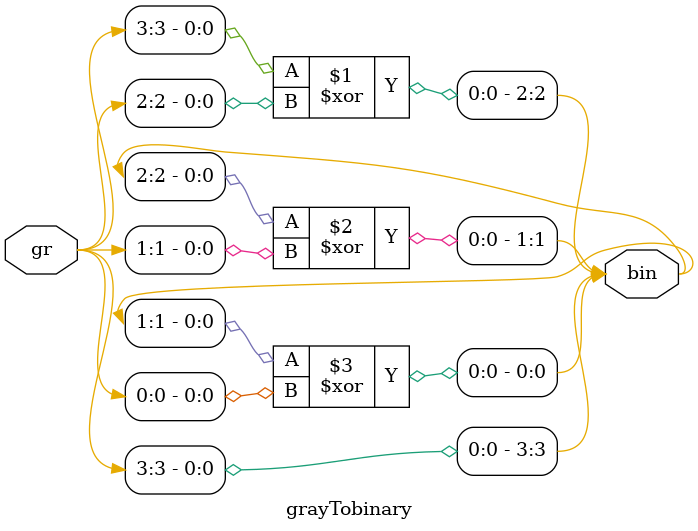
<source format=sv>
module grayTobinary(gr, bin);
  input [3:0] gr;
  output logic [3:0] bin;
  assign bin[3] = gr[3];
  assign bin[2] = bin[3] ^ gr[2];
  assign bin[1] = bin[2] ^ gr[1];
  assign bin[0] = bin[1] ^ gr[0];
endmodule

</source>
